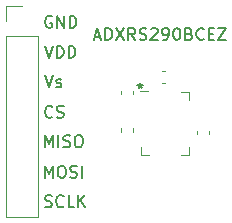
<source format=gbr>
%TF.GenerationSoftware,KiCad,Pcbnew,7.0.2-0*%
%TF.CreationDate,2023-06-08T14:15:15-07:00*%
%TF.ProjectId,ADXRS290BCEZ_gyro,41445852-5332-4393-9042-43455a5f6779,rev?*%
%TF.SameCoordinates,Original*%
%TF.FileFunction,Legend,Top*%
%TF.FilePolarity,Positive*%
%FSLAX46Y46*%
G04 Gerber Fmt 4.6, Leading zero omitted, Abs format (unit mm)*
G04 Created by KiCad (PCBNEW 7.0.2-0) date 2023-06-08 14:15:15*
%MOMM*%
%LPD*%
G01*
G04 APERTURE LIST*
%ADD10C,0.150000*%
%ADD11C,0.120000*%
G04 APERTURE END LIST*
D10*
X129990838Y-91130419D02*
X130324171Y-92130419D01*
X130324171Y-92130419D02*
X130657504Y-91130419D01*
X130990838Y-92130419D02*
X130990838Y-91130419D01*
X130990838Y-91130419D02*
X131228933Y-91130419D01*
X131228933Y-91130419D02*
X131371790Y-91178038D01*
X131371790Y-91178038D02*
X131467028Y-91273276D01*
X131467028Y-91273276D02*
X131514647Y-91368514D01*
X131514647Y-91368514D02*
X131562266Y-91558990D01*
X131562266Y-91558990D02*
X131562266Y-91701847D01*
X131562266Y-91701847D02*
X131514647Y-91892323D01*
X131514647Y-91892323D02*
X131467028Y-91987561D01*
X131467028Y-91987561D02*
X131371790Y-92082800D01*
X131371790Y-92082800D02*
X131228933Y-92130419D01*
X131228933Y-92130419D02*
X130990838Y-92130419D01*
X131990838Y-92130419D02*
X131990838Y-91130419D01*
X131990838Y-91130419D02*
X132228933Y-91130419D01*
X132228933Y-91130419D02*
X132371790Y-91178038D01*
X132371790Y-91178038D02*
X132467028Y-91273276D01*
X132467028Y-91273276D02*
X132514647Y-91368514D01*
X132514647Y-91368514D02*
X132562266Y-91558990D01*
X132562266Y-91558990D02*
X132562266Y-91701847D01*
X132562266Y-91701847D02*
X132514647Y-91892323D01*
X132514647Y-91892323D02*
X132467028Y-91987561D01*
X132467028Y-91987561D02*
X132371790Y-92082800D01*
X132371790Y-92082800D02*
X132228933Y-92130419D01*
X132228933Y-92130419D02*
X131990838Y-92130419D01*
X129984476Y-104732000D02*
X130127333Y-104779619D01*
X130127333Y-104779619D02*
X130365428Y-104779619D01*
X130365428Y-104779619D02*
X130460666Y-104732000D01*
X130460666Y-104732000D02*
X130508285Y-104684380D01*
X130508285Y-104684380D02*
X130555904Y-104589142D01*
X130555904Y-104589142D02*
X130555904Y-104493904D01*
X130555904Y-104493904D02*
X130508285Y-104398666D01*
X130508285Y-104398666D02*
X130460666Y-104351047D01*
X130460666Y-104351047D02*
X130365428Y-104303428D01*
X130365428Y-104303428D02*
X130174952Y-104255809D01*
X130174952Y-104255809D02*
X130079714Y-104208190D01*
X130079714Y-104208190D02*
X130032095Y-104160571D01*
X130032095Y-104160571D02*
X129984476Y-104065333D01*
X129984476Y-104065333D02*
X129984476Y-103970095D01*
X129984476Y-103970095D02*
X130032095Y-103874857D01*
X130032095Y-103874857D02*
X130079714Y-103827238D01*
X130079714Y-103827238D02*
X130174952Y-103779619D01*
X130174952Y-103779619D02*
X130413047Y-103779619D01*
X130413047Y-103779619D02*
X130555904Y-103827238D01*
X131555904Y-104684380D02*
X131508285Y-104732000D01*
X131508285Y-104732000D02*
X131365428Y-104779619D01*
X131365428Y-104779619D02*
X131270190Y-104779619D01*
X131270190Y-104779619D02*
X131127333Y-104732000D01*
X131127333Y-104732000D02*
X131032095Y-104636761D01*
X131032095Y-104636761D02*
X130984476Y-104541523D01*
X130984476Y-104541523D02*
X130936857Y-104351047D01*
X130936857Y-104351047D02*
X130936857Y-104208190D01*
X130936857Y-104208190D02*
X130984476Y-104017714D01*
X130984476Y-104017714D02*
X131032095Y-103922476D01*
X131032095Y-103922476D02*
X131127333Y-103827238D01*
X131127333Y-103827238D02*
X131270190Y-103779619D01*
X131270190Y-103779619D02*
X131365428Y-103779619D01*
X131365428Y-103779619D02*
X131508285Y-103827238D01*
X131508285Y-103827238D02*
X131555904Y-103874857D01*
X132460666Y-104779619D02*
X131984476Y-104779619D01*
X131984476Y-104779619D02*
X131984476Y-103779619D01*
X132794000Y-104779619D02*
X132794000Y-103779619D01*
X133365428Y-104779619D02*
X132936857Y-104208190D01*
X133365428Y-103779619D02*
X132794000Y-104351047D01*
X134190476Y-90341904D02*
X134666666Y-90341904D01*
X134095238Y-90627619D02*
X134428571Y-89627619D01*
X134428571Y-89627619D02*
X134761904Y-90627619D01*
X135095238Y-90627619D02*
X135095238Y-89627619D01*
X135095238Y-89627619D02*
X135333333Y-89627619D01*
X135333333Y-89627619D02*
X135476190Y-89675238D01*
X135476190Y-89675238D02*
X135571428Y-89770476D01*
X135571428Y-89770476D02*
X135619047Y-89865714D01*
X135619047Y-89865714D02*
X135666666Y-90056190D01*
X135666666Y-90056190D02*
X135666666Y-90199047D01*
X135666666Y-90199047D02*
X135619047Y-90389523D01*
X135619047Y-90389523D02*
X135571428Y-90484761D01*
X135571428Y-90484761D02*
X135476190Y-90580000D01*
X135476190Y-90580000D02*
X135333333Y-90627619D01*
X135333333Y-90627619D02*
X135095238Y-90627619D01*
X136000000Y-89627619D02*
X136666666Y-90627619D01*
X136666666Y-89627619D02*
X136000000Y-90627619D01*
X137619047Y-90627619D02*
X137285714Y-90151428D01*
X137047619Y-90627619D02*
X137047619Y-89627619D01*
X137047619Y-89627619D02*
X137428571Y-89627619D01*
X137428571Y-89627619D02*
X137523809Y-89675238D01*
X137523809Y-89675238D02*
X137571428Y-89722857D01*
X137571428Y-89722857D02*
X137619047Y-89818095D01*
X137619047Y-89818095D02*
X137619047Y-89960952D01*
X137619047Y-89960952D02*
X137571428Y-90056190D01*
X137571428Y-90056190D02*
X137523809Y-90103809D01*
X137523809Y-90103809D02*
X137428571Y-90151428D01*
X137428571Y-90151428D02*
X137047619Y-90151428D01*
X138000000Y-90580000D02*
X138142857Y-90627619D01*
X138142857Y-90627619D02*
X138380952Y-90627619D01*
X138380952Y-90627619D02*
X138476190Y-90580000D01*
X138476190Y-90580000D02*
X138523809Y-90532380D01*
X138523809Y-90532380D02*
X138571428Y-90437142D01*
X138571428Y-90437142D02*
X138571428Y-90341904D01*
X138571428Y-90341904D02*
X138523809Y-90246666D01*
X138523809Y-90246666D02*
X138476190Y-90199047D01*
X138476190Y-90199047D02*
X138380952Y-90151428D01*
X138380952Y-90151428D02*
X138190476Y-90103809D01*
X138190476Y-90103809D02*
X138095238Y-90056190D01*
X138095238Y-90056190D02*
X138047619Y-90008571D01*
X138047619Y-90008571D02*
X138000000Y-89913333D01*
X138000000Y-89913333D02*
X138000000Y-89818095D01*
X138000000Y-89818095D02*
X138047619Y-89722857D01*
X138047619Y-89722857D02*
X138095238Y-89675238D01*
X138095238Y-89675238D02*
X138190476Y-89627619D01*
X138190476Y-89627619D02*
X138428571Y-89627619D01*
X138428571Y-89627619D02*
X138571428Y-89675238D01*
X138952381Y-89722857D02*
X139000000Y-89675238D01*
X139000000Y-89675238D02*
X139095238Y-89627619D01*
X139095238Y-89627619D02*
X139333333Y-89627619D01*
X139333333Y-89627619D02*
X139428571Y-89675238D01*
X139428571Y-89675238D02*
X139476190Y-89722857D01*
X139476190Y-89722857D02*
X139523809Y-89818095D01*
X139523809Y-89818095D02*
X139523809Y-89913333D01*
X139523809Y-89913333D02*
X139476190Y-90056190D01*
X139476190Y-90056190D02*
X138904762Y-90627619D01*
X138904762Y-90627619D02*
X139523809Y-90627619D01*
X140000000Y-90627619D02*
X140190476Y-90627619D01*
X140190476Y-90627619D02*
X140285714Y-90580000D01*
X140285714Y-90580000D02*
X140333333Y-90532380D01*
X140333333Y-90532380D02*
X140428571Y-90389523D01*
X140428571Y-90389523D02*
X140476190Y-90199047D01*
X140476190Y-90199047D02*
X140476190Y-89818095D01*
X140476190Y-89818095D02*
X140428571Y-89722857D01*
X140428571Y-89722857D02*
X140380952Y-89675238D01*
X140380952Y-89675238D02*
X140285714Y-89627619D01*
X140285714Y-89627619D02*
X140095238Y-89627619D01*
X140095238Y-89627619D02*
X140000000Y-89675238D01*
X140000000Y-89675238D02*
X139952381Y-89722857D01*
X139952381Y-89722857D02*
X139904762Y-89818095D01*
X139904762Y-89818095D02*
X139904762Y-90056190D01*
X139904762Y-90056190D02*
X139952381Y-90151428D01*
X139952381Y-90151428D02*
X140000000Y-90199047D01*
X140000000Y-90199047D02*
X140095238Y-90246666D01*
X140095238Y-90246666D02*
X140285714Y-90246666D01*
X140285714Y-90246666D02*
X140380952Y-90199047D01*
X140380952Y-90199047D02*
X140428571Y-90151428D01*
X140428571Y-90151428D02*
X140476190Y-90056190D01*
X141095238Y-89627619D02*
X141190476Y-89627619D01*
X141190476Y-89627619D02*
X141285714Y-89675238D01*
X141285714Y-89675238D02*
X141333333Y-89722857D01*
X141333333Y-89722857D02*
X141380952Y-89818095D01*
X141380952Y-89818095D02*
X141428571Y-90008571D01*
X141428571Y-90008571D02*
X141428571Y-90246666D01*
X141428571Y-90246666D02*
X141380952Y-90437142D01*
X141380952Y-90437142D02*
X141333333Y-90532380D01*
X141333333Y-90532380D02*
X141285714Y-90580000D01*
X141285714Y-90580000D02*
X141190476Y-90627619D01*
X141190476Y-90627619D02*
X141095238Y-90627619D01*
X141095238Y-90627619D02*
X141000000Y-90580000D01*
X141000000Y-90580000D02*
X140952381Y-90532380D01*
X140952381Y-90532380D02*
X140904762Y-90437142D01*
X140904762Y-90437142D02*
X140857143Y-90246666D01*
X140857143Y-90246666D02*
X140857143Y-90008571D01*
X140857143Y-90008571D02*
X140904762Y-89818095D01*
X140904762Y-89818095D02*
X140952381Y-89722857D01*
X140952381Y-89722857D02*
X141000000Y-89675238D01*
X141000000Y-89675238D02*
X141095238Y-89627619D01*
X142190476Y-90103809D02*
X142333333Y-90151428D01*
X142333333Y-90151428D02*
X142380952Y-90199047D01*
X142380952Y-90199047D02*
X142428571Y-90294285D01*
X142428571Y-90294285D02*
X142428571Y-90437142D01*
X142428571Y-90437142D02*
X142380952Y-90532380D01*
X142380952Y-90532380D02*
X142333333Y-90580000D01*
X142333333Y-90580000D02*
X142238095Y-90627619D01*
X142238095Y-90627619D02*
X141857143Y-90627619D01*
X141857143Y-90627619D02*
X141857143Y-89627619D01*
X141857143Y-89627619D02*
X142190476Y-89627619D01*
X142190476Y-89627619D02*
X142285714Y-89675238D01*
X142285714Y-89675238D02*
X142333333Y-89722857D01*
X142333333Y-89722857D02*
X142380952Y-89818095D01*
X142380952Y-89818095D02*
X142380952Y-89913333D01*
X142380952Y-89913333D02*
X142333333Y-90008571D01*
X142333333Y-90008571D02*
X142285714Y-90056190D01*
X142285714Y-90056190D02*
X142190476Y-90103809D01*
X142190476Y-90103809D02*
X141857143Y-90103809D01*
X143428571Y-90532380D02*
X143380952Y-90580000D01*
X143380952Y-90580000D02*
X143238095Y-90627619D01*
X143238095Y-90627619D02*
X143142857Y-90627619D01*
X143142857Y-90627619D02*
X143000000Y-90580000D01*
X143000000Y-90580000D02*
X142904762Y-90484761D01*
X142904762Y-90484761D02*
X142857143Y-90389523D01*
X142857143Y-90389523D02*
X142809524Y-90199047D01*
X142809524Y-90199047D02*
X142809524Y-90056190D01*
X142809524Y-90056190D02*
X142857143Y-89865714D01*
X142857143Y-89865714D02*
X142904762Y-89770476D01*
X142904762Y-89770476D02*
X143000000Y-89675238D01*
X143000000Y-89675238D02*
X143142857Y-89627619D01*
X143142857Y-89627619D02*
X143238095Y-89627619D01*
X143238095Y-89627619D02*
X143380952Y-89675238D01*
X143380952Y-89675238D02*
X143428571Y-89722857D01*
X143857143Y-90103809D02*
X144190476Y-90103809D01*
X144333333Y-90627619D02*
X143857143Y-90627619D01*
X143857143Y-90627619D02*
X143857143Y-89627619D01*
X143857143Y-89627619D02*
X144333333Y-89627619D01*
X144666667Y-89627619D02*
X145333333Y-89627619D01*
X145333333Y-89627619D02*
X144666667Y-90627619D01*
X144666667Y-90627619D02*
X145333333Y-90627619D01*
X129981295Y-99699619D02*
X129981295Y-98699619D01*
X129981295Y-98699619D02*
X130314628Y-99413904D01*
X130314628Y-99413904D02*
X130647961Y-98699619D01*
X130647961Y-98699619D02*
X130647961Y-99699619D01*
X131124152Y-99699619D02*
X131124152Y-98699619D01*
X131552723Y-99652000D02*
X131695580Y-99699619D01*
X131695580Y-99699619D02*
X131933675Y-99699619D01*
X131933675Y-99699619D02*
X132028913Y-99652000D01*
X132028913Y-99652000D02*
X132076532Y-99604380D01*
X132076532Y-99604380D02*
X132124151Y-99509142D01*
X132124151Y-99509142D02*
X132124151Y-99413904D01*
X132124151Y-99413904D02*
X132076532Y-99318666D01*
X132076532Y-99318666D02*
X132028913Y-99271047D01*
X132028913Y-99271047D02*
X131933675Y-99223428D01*
X131933675Y-99223428D02*
X131743199Y-99175809D01*
X131743199Y-99175809D02*
X131647961Y-99128190D01*
X131647961Y-99128190D02*
X131600342Y-99080571D01*
X131600342Y-99080571D02*
X131552723Y-98985333D01*
X131552723Y-98985333D02*
X131552723Y-98890095D01*
X131552723Y-98890095D02*
X131600342Y-98794857D01*
X131600342Y-98794857D02*
X131647961Y-98747238D01*
X131647961Y-98747238D02*
X131743199Y-98699619D01*
X131743199Y-98699619D02*
X131981294Y-98699619D01*
X131981294Y-98699619D02*
X132124151Y-98747238D01*
X132743199Y-98699619D02*
X132933675Y-98699619D01*
X132933675Y-98699619D02*
X133028913Y-98747238D01*
X133028913Y-98747238D02*
X133124151Y-98842476D01*
X133124151Y-98842476D02*
X133171770Y-99032952D01*
X133171770Y-99032952D02*
X133171770Y-99366285D01*
X133171770Y-99366285D02*
X133124151Y-99556761D01*
X133124151Y-99556761D02*
X133028913Y-99652000D01*
X133028913Y-99652000D02*
X132933675Y-99699619D01*
X132933675Y-99699619D02*
X132743199Y-99699619D01*
X132743199Y-99699619D02*
X132647961Y-99652000D01*
X132647961Y-99652000D02*
X132552723Y-99556761D01*
X132552723Y-99556761D02*
X132505104Y-99366285D01*
X132505104Y-99366285D02*
X132505104Y-99032952D01*
X132505104Y-99032952D02*
X132552723Y-98842476D01*
X132552723Y-98842476D02*
X132647961Y-98747238D01*
X132647961Y-98747238D02*
X132743199Y-98699619D01*
X130603523Y-97115180D02*
X130555904Y-97162800D01*
X130555904Y-97162800D02*
X130413047Y-97210419D01*
X130413047Y-97210419D02*
X130317809Y-97210419D01*
X130317809Y-97210419D02*
X130174952Y-97162800D01*
X130174952Y-97162800D02*
X130079714Y-97067561D01*
X130079714Y-97067561D02*
X130032095Y-96972323D01*
X130032095Y-96972323D02*
X129984476Y-96781847D01*
X129984476Y-96781847D02*
X129984476Y-96638990D01*
X129984476Y-96638990D02*
X130032095Y-96448514D01*
X130032095Y-96448514D02*
X130079714Y-96353276D01*
X130079714Y-96353276D02*
X130174952Y-96258038D01*
X130174952Y-96258038D02*
X130317809Y-96210419D01*
X130317809Y-96210419D02*
X130413047Y-96210419D01*
X130413047Y-96210419D02*
X130555904Y-96258038D01*
X130555904Y-96258038D02*
X130603523Y-96305657D01*
X130984476Y-97162800D02*
X131127333Y-97210419D01*
X131127333Y-97210419D02*
X131365428Y-97210419D01*
X131365428Y-97210419D02*
X131460666Y-97162800D01*
X131460666Y-97162800D02*
X131508285Y-97115180D01*
X131508285Y-97115180D02*
X131555904Y-97019942D01*
X131555904Y-97019942D02*
X131555904Y-96924704D01*
X131555904Y-96924704D02*
X131508285Y-96829466D01*
X131508285Y-96829466D02*
X131460666Y-96781847D01*
X131460666Y-96781847D02*
X131365428Y-96734228D01*
X131365428Y-96734228D02*
X131174952Y-96686609D01*
X131174952Y-96686609D02*
X131079714Y-96638990D01*
X131079714Y-96638990D02*
X131032095Y-96591371D01*
X131032095Y-96591371D02*
X130984476Y-96496133D01*
X130984476Y-96496133D02*
X130984476Y-96400895D01*
X130984476Y-96400895D02*
X131032095Y-96305657D01*
X131032095Y-96305657D02*
X131079714Y-96258038D01*
X131079714Y-96258038D02*
X131174952Y-96210419D01*
X131174952Y-96210419D02*
X131413047Y-96210419D01*
X131413047Y-96210419D02*
X131555904Y-96258038D01*
X138048952Y-94280019D02*
X138048952Y-94518114D01*
X137810857Y-94422876D02*
X138048952Y-94518114D01*
X138048952Y-94518114D02*
X138287047Y-94422876D01*
X137906095Y-94708590D02*
X138048952Y-94518114D01*
X138048952Y-94518114D02*
X138191809Y-94708590D01*
X130555904Y-88638038D02*
X130460666Y-88590419D01*
X130460666Y-88590419D02*
X130317809Y-88590419D01*
X130317809Y-88590419D02*
X130174952Y-88638038D01*
X130174952Y-88638038D02*
X130079714Y-88733276D01*
X130079714Y-88733276D02*
X130032095Y-88828514D01*
X130032095Y-88828514D02*
X129984476Y-89018990D01*
X129984476Y-89018990D02*
X129984476Y-89161847D01*
X129984476Y-89161847D02*
X130032095Y-89352323D01*
X130032095Y-89352323D02*
X130079714Y-89447561D01*
X130079714Y-89447561D02*
X130174952Y-89542800D01*
X130174952Y-89542800D02*
X130317809Y-89590419D01*
X130317809Y-89590419D02*
X130413047Y-89590419D01*
X130413047Y-89590419D02*
X130555904Y-89542800D01*
X130555904Y-89542800D02*
X130603523Y-89495180D01*
X130603523Y-89495180D02*
X130603523Y-89161847D01*
X130603523Y-89161847D02*
X130413047Y-89161847D01*
X131032095Y-89590419D02*
X131032095Y-88590419D01*
X131032095Y-88590419D02*
X131603523Y-89590419D01*
X131603523Y-89590419D02*
X131603523Y-88590419D01*
X132079714Y-89590419D02*
X132079714Y-88590419D01*
X132079714Y-88590419D02*
X132317809Y-88590419D01*
X132317809Y-88590419D02*
X132460666Y-88638038D01*
X132460666Y-88638038D02*
X132555904Y-88733276D01*
X132555904Y-88733276D02*
X132603523Y-88828514D01*
X132603523Y-88828514D02*
X132651142Y-89018990D01*
X132651142Y-89018990D02*
X132651142Y-89161847D01*
X132651142Y-89161847D02*
X132603523Y-89352323D01*
X132603523Y-89352323D02*
X132555904Y-89447561D01*
X132555904Y-89447561D02*
X132460666Y-89542800D01*
X132460666Y-89542800D02*
X132317809Y-89590419D01*
X132317809Y-89590419D02*
X132079714Y-89590419D01*
X129990838Y-93619619D02*
X130324171Y-94619619D01*
X130324171Y-94619619D02*
X130657504Y-93619619D01*
X130943219Y-94572000D02*
X131038457Y-94619619D01*
X131038457Y-94619619D02*
X131228933Y-94619619D01*
X131228933Y-94619619D02*
X131324171Y-94572000D01*
X131324171Y-94572000D02*
X131371790Y-94476761D01*
X131371790Y-94476761D02*
X131371790Y-94429142D01*
X131371790Y-94429142D02*
X131324171Y-94333904D01*
X131324171Y-94333904D02*
X131228933Y-94286285D01*
X131228933Y-94286285D02*
X131086076Y-94286285D01*
X131086076Y-94286285D02*
X130990838Y-94238666D01*
X130990838Y-94238666D02*
X130943219Y-94143428D01*
X130943219Y-94143428D02*
X130943219Y-94095809D01*
X130943219Y-94095809D02*
X130990838Y-94000571D01*
X130990838Y-94000571D02*
X131086076Y-93952952D01*
X131086076Y-93952952D02*
X131228933Y-93952952D01*
X131228933Y-93952952D02*
X131324171Y-94000571D01*
X129981295Y-102290419D02*
X129981295Y-101290419D01*
X129981295Y-101290419D02*
X130314628Y-102004704D01*
X130314628Y-102004704D02*
X130647961Y-101290419D01*
X130647961Y-101290419D02*
X130647961Y-102290419D01*
X131314628Y-101290419D02*
X131505104Y-101290419D01*
X131505104Y-101290419D02*
X131600342Y-101338038D01*
X131600342Y-101338038D02*
X131695580Y-101433276D01*
X131695580Y-101433276D02*
X131743199Y-101623752D01*
X131743199Y-101623752D02*
X131743199Y-101957085D01*
X131743199Y-101957085D02*
X131695580Y-102147561D01*
X131695580Y-102147561D02*
X131600342Y-102242800D01*
X131600342Y-102242800D02*
X131505104Y-102290419D01*
X131505104Y-102290419D02*
X131314628Y-102290419D01*
X131314628Y-102290419D02*
X131219390Y-102242800D01*
X131219390Y-102242800D02*
X131124152Y-102147561D01*
X131124152Y-102147561D02*
X131076533Y-101957085D01*
X131076533Y-101957085D02*
X131076533Y-101623752D01*
X131076533Y-101623752D02*
X131124152Y-101433276D01*
X131124152Y-101433276D02*
X131219390Y-101338038D01*
X131219390Y-101338038D02*
X131314628Y-101290419D01*
X132124152Y-102242800D02*
X132267009Y-102290419D01*
X132267009Y-102290419D02*
X132505104Y-102290419D01*
X132505104Y-102290419D02*
X132600342Y-102242800D01*
X132600342Y-102242800D02*
X132647961Y-102195180D01*
X132647961Y-102195180D02*
X132695580Y-102099942D01*
X132695580Y-102099942D02*
X132695580Y-102004704D01*
X132695580Y-102004704D02*
X132647961Y-101909466D01*
X132647961Y-101909466D02*
X132600342Y-101861847D01*
X132600342Y-101861847D02*
X132505104Y-101814228D01*
X132505104Y-101814228D02*
X132314628Y-101766609D01*
X132314628Y-101766609D02*
X132219390Y-101718990D01*
X132219390Y-101718990D02*
X132171771Y-101671371D01*
X132171771Y-101671371D02*
X132124152Y-101576133D01*
X132124152Y-101576133D02*
X132124152Y-101480895D01*
X132124152Y-101480895D02*
X132171771Y-101385657D01*
X132171771Y-101385657D02*
X132219390Y-101338038D01*
X132219390Y-101338038D02*
X132314628Y-101290419D01*
X132314628Y-101290419D02*
X132552723Y-101290419D01*
X132552723Y-101290419D02*
X132695580Y-101338038D01*
X133124152Y-102290419D02*
X133124152Y-101290419D01*
D11*
%TO.C,Ccp1*%
X142847600Y-98590980D02*
X142847600Y-98309820D01*
X143867600Y-98590980D02*
X143867600Y-98309820D01*
%TO.C,ADXRS290BCEZ1*%
X138119700Y-100388400D02*
X138119700Y-99713400D01*
X138744700Y-94988400D02*
X138069700Y-94988400D01*
X138794700Y-100388400D02*
X138119700Y-100388400D01*
X141532200Y-95000900D02*
X142207200Y-95000900D01*
X141532200Y-100375900D02*
X142207200Y-100375900D01*
X142207200Y-95000900D02*
X142207200Y-95675900D01*
X142207200Y-100375900D02*
X142207200Y-99700900D01*
%TO.C,Cio1*%
X137416000Y-98106620D02*
X137416000Y-98387780D01*
X136396000Y-98106620D02*
X136396000Y-98387780D01*
%TO.C,Creg1*%
X136396000Y-95238180D02*
X136396000Y-94957020D01*
X137416000Y-95238180D02*
X137416000Y-94957020D01*
%TO.C,Cs1*%
X139864220Y-93266800D02*
X140145380Y-93266800D01*
X139864220Y-94286800D02*
X140145380Y-94286800D01*
%TO.C,U1*%
X126706200Y-87712800D02*
X128036200Y-87712800D01*
X126706200Y-89042800D02*
X126706200Y-87712800D01*
X126706200Y-90312800D02*
X126706200Y-105612800D01*
X126706200Y-90312800D02*
X129366200Y-90312800D01*
X126706200Y-105612800D02*
X129366200Y-105612800D01*
X129366200Y-90312800D02*
X129366200Y-105612800D01*
%TD*%
M02*

</source>
